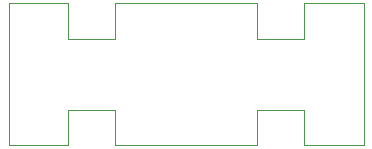
<source format=gm1>
G04 #@! TF.GenerationSoftware,KiCad,Pcbnew,5.1.5+dfsg1-2build2*
G04 #@! TF.CreationDate,2020-11-20T09:20:28+01:00*
G04 #@! TF.ProjectId,usb-power-switch,7573622d-706f-4776-9572-2d7377697463,1.0*
G04 #@! TF.SameCoordinates,Original*
G04 #@! TF.FileFunction,Profile,NP*
%FSLAX46Y46*%
G04 Gerber Fmt 4.6, Leading zero omitted, Abs format (unit mm)*
G04 Created by KiCad (PCBNEW 5.1.5+dfsg1-2build2) date 2020-11-20 09:20:28*
%MOMM*%
%LPD*%
G04 APERTURE LIST*
%ADD10C,0.050000*%
G04 APERTURE END LIST*
D10*
X130000000Y-112000000D02*
X125000000Y-112000000D01*
X130000000Y-100000000D02*
X125000000Y-100000000D01*
X121000000Y-112000000D02*
X109000000Y-112000000D01*
X109000000Y-109000000D02*
X105000000Y-109000000D01*
X125000000Y-109000000D02*
X121000000Y-109000000D01*
X125000000Y-103000000D02*
X121000000Y-103000000D01*
X125000000Y-109000000D02*
X125000000Y-112000000D01*
X125000000Y-100000000D02*
X125000000Y-103000000D01*
X105000000Y-100000000D02*
X105000000Y-103000000D01*
X105000000Y-109000000D02*
X105000000Y-112000000D01*
X109000000Y-109000000D02*
X109000000Y-112000000D01*
X121000000Y-109000000D02*
X121000000Y-112000000D01*
X121000000Y-100000000D02*
X121000000Y-103000000D01*
X105000000Y-100000000D02*
X100000000Y-100000000D01*
X121000000Y-100000000D02*
X109000000Y-100000000D01*
X100000000Y-100000000D02*
X100000000Y-112000000D01*
X130000000Y-112000000D02*
X130000000Y-100000000D01*
X109000000Y-103000000D02*
X105000000Y-103000000D01*
X100000000Y-112000000D02*
X105000000Y-112000000D01*
X109000000Y-100000000D02*
X109000000Y-103000000D01*
M02*

</source>
